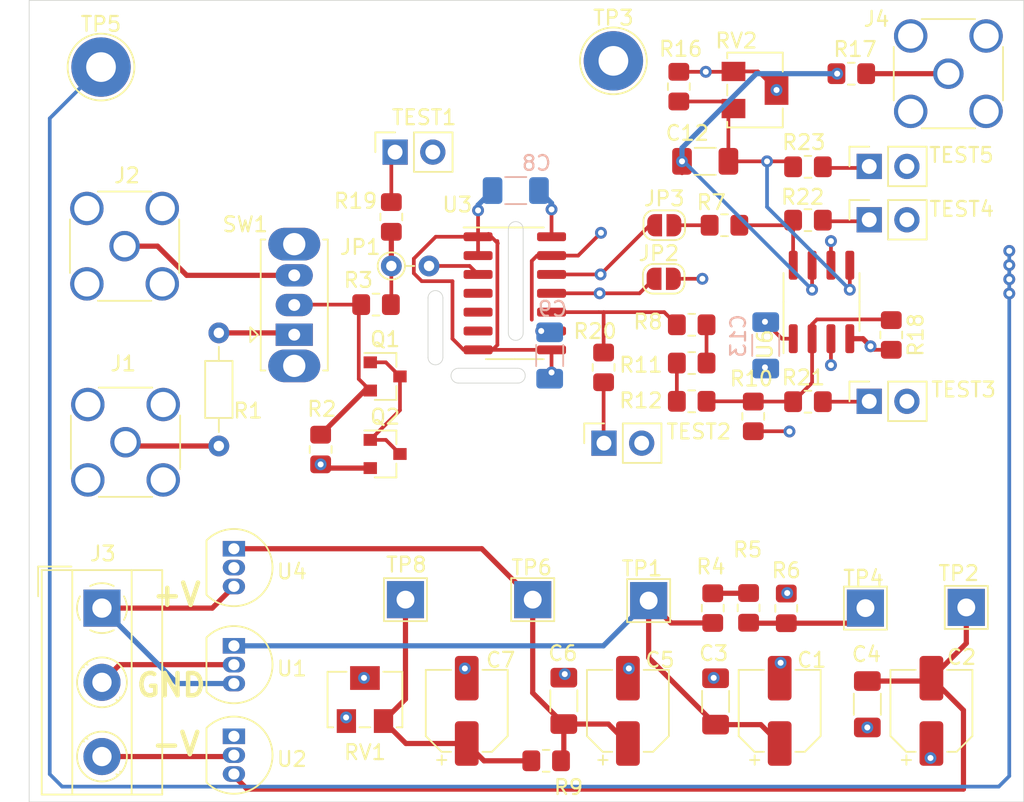
<source format=kicad_pcb>
(kicad_pcb (version 20171130) (host pcbnew "(5.1.8-0-10_14)")
  (layers (0 F.Cu signal) (1 GND.Cu power) (2 PWR.Cu power) (31 B.Cu signal) (34 B.Paste user) (35 F.Paste user) (36 B.SilkS user) (37 F.SilkS user) (38 B.Mask user) (39 F.Mask user hide) (44 Edge.Cuts user))
  (net 0 "")
  (net 1 GND)
  (net 2 VDD)
  (net 3 "Net-(J1-Pad1)")
  (net 4 "Net-(J3-Pad1)")
  (net 5 "Net-(Q1-Pad1)")
  (net 6 "Net-(Q1-Pad2)")
  (net 7 +15V)
  (net 8 -15V)
  (net 9 "Net-(JP1-Pad1)")
  (net 10 +9V)
  (net 11 "Net-(C12-Pad2)")
  (net 12 "Net-(C12-Pad1)")
  (net 13 "Net-(J2-Pad1)")
  (net 14 "Net-(J3-Pad3)")
  (net 15 "Net-(J4-Pad1)")
  (net 16 +5V)
  (net 17 "Net-(R1-Pad1)")
  (net 18 "Net-(R4-Pad2)")
  (net 19 "Net-(R10-Pad2)")
  (net 20 "Net-(R11-Pad2)")
  (net 21 "Net-(U3-Pad6)")
  (net 22 "Net-(U3-Pad5)")
  (net 23 "Net-(U3-Pad4)")
  (net 24 "Net-(JP2-Pad1)")
  (net 25 "Net-(R22-Pad2)")
  (net 26 "Net-(R20-Pad2)")
  (net 27 "Net-(R19-Pad1)")
  (net 28 "Net-(R20-Pad1)")
  (net 29 "Net-(R21-Pad1)")
  (net 30 "Net-(R22-Pad1)")
  (net 31 "Net-(R23-Pad1)")
  (net 32 "Net-(JP1-Pad2)")
  (net 33 "Net-(JP3-Pad2)")
  (net 34 "Net-(JP3-Pad1)")
  (net 35 "Net-(R11-Pad1)")
  (module TestPoint:TestPoint_THTPad_D4.0mm_Drill2.0mm (layer F.Cu) (at 143.3576 19.0754)
    (fp_text reference TP3 (at 0 -2.898) (layer F.SilkS))
    (fp_text value TestPoint_Alt)
    (pad 1 thru_hole circle (at 0 0) (size 4 4) (drill 2) (layers *.Cu *.Mask) (net 1 GND))
  )
  (module Resistor_SMD:R_0805_2012Metric_Pad1.20x1.40mm_HandSolder (layer F.Cu) (at 148.6314 42.0116)
    (fp_text reference R12 (at -3.42259 -0.0508) (layer F.SilkS))
    (fp_text value 1k)
    (pad 2 smd roundrect (at 1 0) (size 1.2 1.4) (layers F.Cu F.Paste F.Mask) (roundrect_rratio 0.208333) (net 19 "Net-(R10-Pad2)"))
    (pad 1 smd roundrect (at -1 0) (size 1.2 1.4) (layers F.Cu F.Paste F.Mask) (roundrect_rratio 0.208333) (net 20 "Net-(R11-Pad2)"))
  )
  (module Resistor_SMD:R_0805_2012Metric_Pad1.20x1.40mm_HandSolder (layer F.Cu) (at 148.6314 39.4335 180)
    (fp_text reference R11 (at 3.42259 -0.127) (layer F.SilkS))
    (fp_text value 1k)
    (pad 2 smd roundrect (at 1 0 180) (size 1.2 1.4) (layers F.Cu F.Paste F.Mask) (roundrect_rratio 0.208333) (net 20 "Net-(R11-Pad2)"))
    (pad 1 smd roundrect (at -1 0 180) (size 1.2 1.4) (layers F.Cu F.Paste F.Mask) (roundrect_rratio 0.208333) (net 35 "Net-(R11-Pad1)"))
  )
  (module Connector_PinSocket_2.54mm:PinSocket_1x02_P2.54mm_Vertical (layer F.Cu) (at 160.5915 26.1874 90)
    (fp_text reference TEST5 (at 0.762 6.2103 180) (layer F.SilkS))
    (fp_text value Conn_01x02_Female)
    (pad 2 thru_hole oval (at 0 2.54 90) (size 1.7 1.7) (drill 1) (layers *.Cu *.Mask) (net 1 GND))
    (pad 1 thru_hole rect (at 0 0 90) (size 1.7 1.7) (drill 1) (layers *.Cu *.Mask) (net 31 "Net-(R23-Pad1)"))
  )
  (module Connector_PinSocket_2.54mm:PinSocket_1x02_P2.54mm_Vertical (layer F.Cu) (at 160.5915 29.7815 90)
    (fp_text reference TEST4 (at 0.7239 6.2357 180) (layer F.SilkS))
    (fp_text value Conn_01x02_Female)
    (pad 2 thru_hole oval (at 0 2.54 90) (size 1.7 1.7) (drill 1) (layers *.Cu *.Mask) (net 1 GND))
    (pad 1 thru_hole rect (at 0 0 90) (size 1.7 1.7) (drill 1) (layers *.Cu *.Mask) (net 30 "Net-(R22-Pad1)"))
  )
  (module Connector_PinSocket_2.54mm:PinSocket_1x02_P2.54mm_Vertical (layer F.Cu) (at 160.5915 42.0116 90)
    (fp_text reference TEST3 (at 0.7874 6.3627 180) (layer F.SilkS))
    (fp_text value Conn_01x02_Female)
    (pad 2 thru_hole oval (at 0 2.54 90) (size 1.7 1.7) (drill 1) (layers *.Cu *.Mask) (net 1 GND))
    (pad 1 thru_hole rect (at 0 0 90) (size 1.7 1.7) (drill 1) (layers *.Cu *.Mask) (net 29 "Net-(R21-Pad1)"))
  )
  (module Connector_PinSocket_2.54mm:PinSocket_1x02_P2.54mm_Vertical (layer F.Cu) (at 142.7226 44.831 90)
    (fp_text reference TEST2 (at 0.7766 6.3881 180) (layer F.SilkS))
    (fp_text value Conn_01x02_Female)
    (pad 2 thru_hole oval (at 0 2.54 90) (size 1.7 1.7) (drill 1) (layers *.Cu *.Mask) (net 1 GND))
    (pad 1 thru_hole rect (at 0 0 90) (size 1.7 1.7) (drill 1) (layers *.Cu *.Mask) (net 28 "Net-(R20-Pad1)"))
  )
  (module Connector_PinSocket_2.54mm:PinSocket_1x02_P2.54mm_Vertical (layer F.Cu) (at 128.651 25.2222 90)
    (fp_text reference TEST1 (at 2.3368 1.9558 180) (layer F.SilkS))
    (fp_text value Conn_01x02_Female)
    (pad 2 thru_hole oval (at 0 2.54 90) (size 1.7 1.7) (drill 1) (layers *.Cu *.Mask) (net 1 GND))
    (pad 1 thru_hole rect (at 0 0 90) (size 1.7 1.7) (drill 1) (layers *.Cu *.Mask) (net 27 "Net-(R19-Pad1)"))
  )
  (module Jumper:SolderJumper-2_P1.3mm_Open_RoundedPad1.0x1.5mm (layer F.Cu) (at 146.7866 30.1498)
    (fp_text reference JP3 (at 0 -1.8) (layer F.SilkS))
    (fp_text value Jumper_2_Open)
    (pad 2 smd custom (at 0.65 0) (size 1 0.5) (layers F.Cu F.Mask) (net 33 "Net-(JP3-Pad2)") (options (clearance outline) (anchor rect)) (primitives (gr_circle (center 0 0.25) (end 0.5 0.25) (width 0)) (gr_circle (center 0 -0.25) (end 0.5 -0.25) (width 0)) (gr_poly (pts (xy 0 -0.75) (xy -0.5 -0.75) (xy -0.5 0.75) (xy 0 0.75)) (width 0))))
    (pad 1 smd custom (at -0.65 0) (size 1 0.5) (layers F.Cu F.Mask) (net 34 "Net-(JP3-Pad1)") (options (clearance outline) (anchor rect)) (primitives (gr_circle (center 0 0.25) (end 0.5 0.25) (width 0)) (gr_circle (center 0 -0.25) (end 0.5 -0.25) (width 0)) (gr_poly (pts (xy 0 -0.75) (xy 0.5 -0.75) (xy 0.5 0.75) (xy 0 0.75)) (width 0))))
  )
  (module Resistor_THT:R_Axial_DIN0204_L3.6mm_D1.6mm_P2.54mm_Vertical (layer F.Cu) (at 128.397 32.893)
    (fp_text reference JP1 (at -2.0955 -1.27) (layer F.SilkS))
    (fp_text value Jumper_2_Open)
    (pad 2 thru_hole oval (at 2.54 0) (size 1.4 1.4) (drill 0.7) (layers *.Cu *.Mask) (net 32 "Net-(JP1-Pad2)"))
    (pad 1 thru_hole circle (at 0 0) (size 1.4 1.4) (drill 0.7) (layers *.Cu *.Mask) (net 9 "Net-(JP1-Pad1)"))
  )
  (module Resistor_SMD:R_0805_2012Metric_Pad1.20x1.40mm_HandSolder (layer F.Cu) (at 156.464 26.2128 180)
    (fp_text reference R23 (at 0.2794 1.651) (layer F.SilkS))
    (fp_text value 450)
    (pad 2 smd roundrect (at 1 0 180) (size 1.2 1.4) (layers F.Cu F.Paste F.Mask) (roundrect_rratio 0.2083325) (net 12 "Net-(C12-Pad1)"))
    (pad 1 smd roundrect (at -1 0 180) (size 1.2 1.4) (layers F.Cu F.Paste F.Mask) (roundrect_rratio 0.2083325) (net 31 "Net-(R23-Pad1)"))
  )
  (module Resistor_SMD:R_0805_2012Metric_Pad1.20x1.40mm_HandSolder (layer F.Cu) (at 156.464 29.8069 180)
    (fp_text reference R22 (at 0.3556 1.5621) (layer F.SilkS))
    (fp_text value 450)
    (pad 2 smd roundrect (at 1 0 180) (size 1.2 1.4) (layers F.Cu F.Paste F.Mask) (roundrect_rratio 0.2083325) (net 25 "Net-(R22-Pad2)"))
    (pad 1 smd roundrect (at -1 0 180) (size 1.2 1.4) (layers F.Cu F.Paste F.Mask) (roundrect_rratio 0.2083325) (net 30 "Net-(R22-Pad1)"))
  )
  (module Resistor_SMD:R_0805_2012Metric_Pad1.20x1.40mm_HandSolder (layer F.Cu) (at 156.464 42.037 180)
    (fp_text reference R21 (at 0.3048 1.6256) (layer F.SilkS))
    (fp_text value 450)
    (pad 2 smd roundrect (at 1 0 180) (size 1.2 1.4) (layers F.Cu F.Paste F.Mask) (roundrect_rratio 0.2083325) (net 19 "Net-(R10-Pad2)"))
    (pad 1 smd roundrect (at -1 0 180) (size 1.2 1.4) (layers F.Cu F.Paste F.Mask) (roundrect_rratio 0.2083325) (net 29 "Net-(R21-Pad1)"))
  )
  (module Resistor_SMD:R_0805_2012Metric_Pad1.20x1.40mm_HandSolder (layer F.Cu) (at 142.6972 39.7256 90)
    (fp_text reference R20 (at 2.4384 -0.5748 180) (layer F.SilkS))
    (fp_text value 450)
    (pad 2 smd roundrect (at 1 0 90) (size 1.2 1.4) (layers F.Cu F.Paste F.Mask) (roundrect_rratio 0.2083325) (net 26 "Net-(R20-Pad2)"))
    (pad 1 smd roundrect (at -1 0 90) (size 1.2 1.4) (layers F.Cu F.Paste F.Mask) (roundrect_rratio 0.2083325) (net 28 "Net-(R20-Pad1)"))
  )
  (module Resistor_SMD:R_0805_2012Metric_Pad1.20x1.40mm_HandSolder (layer F.Cu) (at 128.397 29.591 270)
    (fp_text reference R19 (at -1.0795 2.413 180) (layer F.SilkS))
    (fp_text value 450)
    (pad 2 smd roundrect (at 1 0 270) (size 1.2 1.4) (layers F.Cu F.Paste F.Mask) (roundrect_rratio 0.2083325) (net 9 "Net-(JP1-Pad1)"))
    (pad 1 smd roundrect (at -1 0 270) (size 1.2 1.4) (layers F.Cu F.Paste F.Mask) (roundrect_rratio 0.2083325) (net 27 "Net-(R19-Pad1)"))
  )
  (module Resistor_SMD:R_0805_2012Metric_Pad1.20x1.40mm_HandSolder (layer F.Cu) (at 162.0774 37.5412 270)
    (fp_text reference R18 (at 0 -1.65 90) (layer F.SilkS))
    (fp_text value DNP)
    (pad 2 smd roundrect (at 1 0 270) (size 1.2 1.4) (layers F.Cu F.Paste F.Mask) (roundrect_rratio 0.2083325) (net 1 GND))
    (pad 1 smd roundrect (at -1 0 270) (size 1.2 1.4) (layers F.Cu F.Paste F.Mask) (roundrect_rratio 0.2083325) (net 19 "Net-(R10-Pad2)"))
  )
  (module Resistor_THT:R_Axial_DIN0204_L3.6mm_D1.6mm_P7.62mm_Horizontal (layer F.Cu) (at 116.7765 37.4015 270)
    (fp_text reference R1 (at 5.2451 -1.9685 180) (layer F.SilkS))
    (fp_text value R_US)
    (pad 2 thru_hole oval (at 7.62 0 270) (size 1.4 1.4) (drill 0.7) (layers *.Cu *.Mask) (net 3 "Net-(J1-Pad1)"))
    (pad 1 thru_hole circle (at 0 0 270) (size 1.4 1.4) (drill 0.7) (layers *.Cu *.Mask) (net 17 "Net-(R1-Pad1)"))
  )
  (module Package_SO:SOIC-8_3.9x4.9mm_P1.27mm (layer F.Cu) (at 157.3784 35.3187 90)
    (fp_text reference U6 (at -2.856 -3.81 90) (layer F.SilkS))
    (fp_text value AD8561)
    (pad 8 smd roundrect (at 2.475 -1.905 90) (size 1.95 0.6) (layers F.Cu F.Paste F.Mask) (net 25 "Net-(R22-Pad2)"))
    (pad 7 smd roundrect (at 2.475 -0.635 90) (size 1.95 0.6) (layers F.Cu F.Paste F.Mask) (net 11 "Net-(C12-Pad2)"))
    (pad 6 smd roundrect (at 2.475 0.635 90) (size 1.95 0.6) (layers F.Cu F.Paste F.Mask) (net 1 GND))
    (pad 5 smd roundrect (at 2.475 1.905 90) (size 1.95 0.6) (layers F.Cu F.Paste F.Mask) (net 12 "Net-(C12-Pad1)"))
    (pad 4 smd roundrect (at -2.475 1.905 90) (size 1.95 0.6) (layers F.Cu F.Paste F.Mask) (net 1 GND))
    (pad 3 smd roundrect (at -2.475 0.635 90) (size 1.95 0.6) (layers F.Cu F.Paste F.Mask) (net 2 VDD))
    (pad 2 smd roundrect (at -2.475 -0.635 90) (size 1.95 0.6) (layers F.Cu F.Paste F.Mask) (net 19 "Net-(R10-Pad2)"))
    (pad 1 smd roundrect (at -2.475 -1.905 90) (size 1.95 0.6) (layers F.Cu F.Paste F.Mask) (net 10 +9V))
  )
  (module Package_TO_SOT_THT:TO-92_Inline (layer F.Cu) (at 117.7925 51.943 270)
    (fp_text reference U4 (at 1.5367 -3.9029 180) (layer F.SilkS))
    (fp_text value L78L09_TO92)
    (pad 1 thru_hole rect (at 0 0 270) (size 1.05 1.5) (drill 0.75) (layers *.Cu *.Mask) (net 10 +9V))
    (pad 3 thru_hole oval (at 2.54 0 270) (size 1.05 1.5) (drill 0.75) (layers *.Cu *.Mask) (net 4 "Net-(J3-Pad1)"))
    (pad 2 thru_hole oval (at 1.27 0 270) (size 1.05 1.5) (drill 0.75) (layers *.Cu *.Mask) (net 1 GND))
  )
  (module Package_TO_SOT_THT:TO-92_Inline (layer F.Cu) (at 117.7925 64.5795 270)
    (fp_text reference U2 (at 1.5367 -3.9029 180) (layer F.SilkS))
    (fp_text value LM79L15_TO92)
    (pad 1 thru_hole rect (at 0 0 270) (size 1.05 1.5) (drill 0.75) (layers *.Cu *.Mask) (net 1 GND))
    (pad 3 thru_hole oval (at 2.54 0 270) (size 1.05 1.5) (drill 0.75) (layers *.Cu *.Mask) (net 8 -15V))
    (pad 2 thru_hole oval (at 1.27 0 270) (size 1.05 1.5) (drill 0.75) (layers *.Cu *.Mask) (net 14 "Net-(J3-Pad3)"))
  )
  (module Package_TO_SOT_THT:TO-92_Inline (layer F.Cu) (at 117.7925 58.4835 270)
    (fp_text reference U1 (at 1.5367 -3.9029 180) (layer F.SilkS))
    (fp_text value MC78L15_TO92)
    (pad 1 thru_hole rect (at 0 0 270) (size 1.05 1.5) (drill 0.75) (layers *.Cu *.Mask) (net 7 +15V))
    (pad 3 thru_hole oval (at 2.54 0 270) (size 1.05 1.5) (drill 0.75) (layers *.Cu *.Mask) (net 4 "Net-(J3-Pad1)"))
    (pad 2 thru_hole oval (at 1.27 0 270) (size 1.05 1.5) (drill 0.75) (layers *.Cu *.Mask) (net 1 GND))
  )
  (module TestPoint:TestPoint_THTPad_2.5x2.5mm_Drill1.2mm (layer F.Cu) (at 129.3495 55.372 90)
    (fp_text reference TP8 (at 2.3495 0.0635 180) (layer F.SilkS))
    (fp_text value TestPoint_Alt)
    (pad 1 thru_hole rect (at 0 0 90) (size 2.5 2.5) (drill 1.2) (layers *.Cu *.Mask) (net 2 VDD))
  )
  (module TestPoint:TestPoint_THTPad_2.5x2.5mm_Drill1.2mm (layer F.Cu) (at 137.922 55.372 90)
    (fp_text reference TP6 (at 2.159 -0.0635 180) (layer F.SilkS))
    (fp_text value TestPoint_Alt)
    (pad 1 thru_hole rect (at 0 0 90) (size 2.5 2.5) (drill 1.2) (layers *.Cu *.Mask) (net 10 +9V))
  )
  (module TestPoint:TestPoint_THTPad_D4.0mm_Drill2.0mm (layer F.Cu) (at 108.839 19.4945)
    (fp_text reference TP5 (at 0 -2.898) (layer F.SilkS))
    (fp_text value TestPoint_Alt)
    (pad 1 thru_hole circle (at 0 0) (size 4 4) (drill 2) (layers *.Cu *.Mask) (net 1 GND))
  )
  (module TestPoint:TestPoint_THTPad_2.5x2.5mm_Drill1.2mm (layer F.Cu) (at 160.3375 55.9435 90)
    (fp_text reference TP4 (at 2.032 -0.127 180) (layer F.SilkS))
    (fp_text value TestPoint_Alt)
    (pad 1 thru_hole rect (at 0 0 90) (size 2.5 2.5) (drill 1.2) (layers *.Cu *.Mask) (net 16 +5V))
  )
  (module TestPoint:TestPoint_THTPad_2.5x2.5mm_Drill1.2mm (layer F.Cu) (at 167.132 55.897001 90)
    (fp_text reference TP2 (at 2.303001 -0.508 180) (layer F.SilkS))
    (fp_text value TestPoint_Alt)
    (pad 1 thru_hole rect (at 0 0 90) (size 2.5 2.5) (drill 1.2) (layers *.Cu *.Mask) (net 8 -15V))
  )
  (module TestPoint:TestPoint_THTPad_2.5x2.5mm_Drill1.2mm (layer F.Cu) (at 145.7325 55.4355 90)
    (fp_text reference TP1 (at 2.159 -0.4445 180) (layer F.SilkS))
    (fp_text value TestPoint_Alt)
    (pad 1 thru_hole rect (at 0 0 90) (size 2.5 2.5) (drill 1.2) (layers *.Cu *.Mask) (net 7 +15V))
  )
  (module Potentiometer_SMD:Potentiometer_Bourns_3214W_Vertical (layer F.Cu) (at 152.8975 21.0385 90)
    (fp_text reference RV2 (at 3.322 -1.2595 180) (layer F.SilkS))
    (fp_text value 0->10k)
    (pad 3 smd rect (at -1.25 -1.45 90) (size 1.3 1.6) (layers F.Cu F.Paste F.Mask) (net 12 "Net-(C12-Pad1)"))
    (pad 2 smd rect (at 0 1.45 90) (size 2 1.6) (layers F.Cu F.Paste F.Mask) (net 1 GND))
    (pad 1 smd rect (at 1.25 -1.45 90) (size 1.3 1.6) (layers F.Cu F.Paste F.Mask) (net 1 GND))
  )
  (module Connector_Coaxial:SMA_Amphenol_132134_Vertical (layer F.Cu) (at 165.9255 19.939)
    (fp_text reference J4 (at -4.8387 -3.683) (layer F.SilkS))
    (fp_text value Conn_Coaxial)
    (pad 2 thru_hole circle (at -2.54 2.54) (size 2.25 2.25) (drill 1.7) (layers *.Cu *.Mask) (net 1 GND))
    (pad 2 thru_hole circle (at -2.54 -2.54) (size 2.25 2.25) (drill 1.7) (layers *.Cu *.Mask) (net 1 GND))
    (pad 2 thru_hole circle (at 2.54 -2.54) (size 2.25 2.25) (drill 1.7) (layers *.Cu *.Mask) (net 1 GND))
    (pad 2 thru_hole circle (at 2.54 2.54) (size 2.25 2.25) (drill 1.7) (layers *.Cu *.Mask) (net 1 GND))
    (pad 1 thru_hole circle (at 0 0) (size 2.05 2.05) (drill 1.5) (layers *.Cu *.Mask) (net 15 "Net-(J4-Pad1)"))
  )
  (module TerminalBlock_MetzConnect:TerminalBlock_MetzConnect_Type055_RT01503HDWU_1x03_P5.00mm_Horizontal (layer F.Cu) (at 108.9025 55.9435 270)
    (fp_text reference J3 (at -3.6703 -0.0635 180) (layer F.SilkS))
    (fp_text value Power_IN)
    (pad 3 thru_hole circle (at 10 0 270) (size 2.5 2.5) (drill 1.3) (layers *.Cu *.Mask) (net 14 "Net-(J3-Pad3)"))
    (pad 2 thru_hole circle (at 5 0 270) (size 2.5 2.5) (drill 1.3) (layers *.Cu *.Mask) (net 1 GND))
    (pad 1 thru_hole rect (at 0 0 270) (size 2.5 2.5) (drill 1.3) (layers *.Cu *.Mask) (net 4 "Net-(J3-Pad1)"))
  )
  (module Connector_Coaxial:SMA_Amphenol_132134_Vertical (layer F.Cu) (at 110.4265 31.5595 270)
    (fp_text reference J2 (at -4.7625 -0.1651 180) (layer F.SilkS))
    (fp_text value Conn_Coaxial)
    (pad 2 thru_hole circle (at -2.54 2.54 270) (size 2.25 2.25) (drill 1.7) (layers *.Cu *.Mask) (net 1 GND))
    (pad 2 thru_hole circle (at -2.54 -2.54 270) (size 2.25 2.25) (drill 1.7) (layers *.Cu *.Mask) (net 1 GND))
    (pad 2 thru_hole circle (at 2.54 -2.54 270) (size 2.25 2.25) (drill 1.7) (layers *.Cu *.Mask) (net 1 GND))
    (pad 2 thru_hole circle (at 2.54 2.54 270) (size 2.25 2.25) (drill 1.7) (layers *.Cu *.Mask) (net 1 GND))
    (pad 1 thru_hole circle (at 0 0 270) (size 2.05 2.05) (drill 1.5) (layers *.Cu *.Mask) (net 13 "Net-(J2-Pad1)"))
  )
  (module Connector_Coaxial:SMA_Amphenol_132134_Vertical (layer F.Cu) (at 110.49 44.7675 90)
    (fp_text reference J1 (at 5.2959 -0.1524 180) (layer F.SilkS))
    (fp_text value Conn_Coaxial)
    (pad 2 thru_hole circle (at -2.54 2.54 90) (size 2.25 2.25) (drill 1.7) (layers *.Cu *.Mask) (net 1 GND))
    (pad 2 thru_hole circle (at -2.54 -2.54 90) (size 2.25 2.25) (drill 1.7) (layers *.Cu *.Mask) (net 1 GND))
    (pad 2 thru_hole circle (at 2.54 -2.54 90) (size 2.25 2.25) (drill 1.7) (layers *.Cu *.Mask) (net 1 GND))
    (pad 2 thru_hole circle (at 2.54 2.54 90) (size 2.25 2.25) (drill 1.7) (layers *.Cu *.Mask) (net 1 GND))
    (pad 1 thru_hole circle (at 0 0 90) (size 2.05 2.05) (drill 1.5) (layers *.Cu *.Mask) (net 3 "Net-(J1-Pad1)"))
  )
  (module Capacitor_SMD:C_1206_3216Metric_Pad1.33x1.80mm_HandSolder (layer F.Cu) (at 149.5425 25.8445 180)
    (fp_text reference C12 (at 1.2065 1.905) (layer F.SilkS))
    (fp_text value 10n)
    (pad 2 smd roundrect (at 1.5625 0 180) (size 1.325 1.8) (layers F.Cu F.Paste F.Mask) (roundrect_rratio 0.1886769811320755) (net 11 "Net-(C12-Pad2)"))
    (pad 1 smd roundrect (at -1.5625 0 180) (size 1.325 1.8) (layers F.Cu F.Paste F.Mask) (roundrect_rratio 0.1886769811320755) (net 12 "Net-(C12-Pad1)"))
  )
  (module Capacitor_SMD:C_1206_3216Metric_Pad1.33x1.80mm_HandSolder (layer F.Cu) (at 140.0175 62.1915 90)
    (fp_text reference C6 (at 3.2 -0.0635 180) (layer F.SilkS))
    (fp_text value 0.1u)
    (pad 2 smd roundrect (at 1.5625 0 90) (size 1.325 1.8) (layers F.Cu F.Paste F.Mask) (roundrect_rratio 0.1886769811320755) (net 1 GND))
    (pad 1 smd roundrect (at -1.5625 0 90) (size 1.325 1.8) (layers F.Cu F.Paste F.Mask) (roundrect_rratio 0.1886769811320755) (net 10 +9V))
  )
  (module Capacitor_SMD:C_1206_3216Metric_Pad1.33x1.80mm_HandSolder (layer F.Cu) (at 160.4645 62.4205 90)
    (fp_text reference C4 (at 3.3655 -0.0635 180) (layer F.SilkS))
    (fp_text value 0.1u)
    (pad 2 smd roundrect (at 1.5625 0 90) (size 1.325 1.8) (layers F.Cu F.Paste F.Mask) (roundrect_rratio 0.1886769811320755) (net 8 -15V))
    (pad 1 smd roundrect (at -1.5625 0 90) (size 1.325 1.8) (layers F.Cu F.Paste F.Mask) (roundrect_rratio 0.1886769811320755) (net 1 GND))
  )
  (module Capacitor_SMD:C_1206_3216Metric_Pad1.33x1.80mm_HandSolder (layer F.Cu) (at 150.241 62.23 90)
    (fp_text reference C3 (at 3.2385 -0.127 180) (layer F.SilkS))
    (fp_text value 0.1u)
    (pad 2 smd roundrect (at 1.5625 0 90) (size 1.325 1.8) (layers F.Cu F.Paste F.Mask) (roundrect_rratio 0.1886769811320755) (net 1 GND))
    (pad 1 smd roundrect (at -1.5625 0 90) (size 1.325 1.8) (layers F.Cu F.Paste F.Mask) (roundrect_rratio 0.1886769811320755) (net 7 +15V))
  )
  (module Jumper:SolderJumper-2_P1.3mm_Open_RoundedPad1.0x1.5mm (layer F.Cu) (at 146.7462 33.7566)
    (fp_text reference JP2 (at -0.3279 -1.7145 180) (layer F.SilkS))
    (fp_text value Jumper_2_Open)
    (pad 2 smd custom (at 0.65 0) (size 1 0.5) (layers F.Cu F.Mask) (net 16 +5V) (options (clearance outline) (anchor rect)) (primitives (gr_circle (center 0 0.25) (end 0.5 0.25) (width 0)) (gr_circle (center 0 -0.25) (end 0.5 -0.25) (width 0)) (gr_poly (pts (xy 0 -0.75) (xy -0.5 -0.75) (xy -0.5 0.75) (xy 0 0.75)) (width 0))))
    (pad 1 smd custom (at -0.65 0) (size 1 0.5) (layers F.Cu F.Mask) (net 24 "Net-(JP2-Pad1)") (options (clearance outline) (anchor rect)) (primitives (gr_circle (center 0 0.25) (end 0.5 0.25) (width 0)) (gr_circle (center 0 -0.25) (end 0.5 -0.25) (width 0)) (gr_poly (pts (xy 0 -0.75) (xy 0.5 -0.75) (xy 0.5 0.75) (xy 0 0.75)) (width 0))))
  )
  (module Capacitor_SMD:C_1206_3216Metric_Pad1.33x1.80mm_HandSolder (layer B.Cu) (at 153.6192 38.2401 270)
    (fp_text reference C13 (at -0.635 1.85 90) (layer B.SilkS) (effects (justify mirror)))
    (fp_text value 0.1u)
    (pad 2 smd roundrect (at 1.5625 0 270) (size 1.325 1.8) (layers B.Cu B.Paste B.Mask) (roundrect_rratio 0.1886769811320755) (net 1 GND))
    (pad 1 smd roundrect (at -1.5625 0 270) (size 1.325 1.8) (layers B.Cu B.Paste B.Mask) (roundrect_rratio 0.1886769811320755) (net 10 +9V))
  )
  (module Package_SO:SOIC-14_3.9x8.7mm_P1.27mm (layer F.Cu) (at 136.7155 34.7345)
    (fp_text reference U3 (at -3.8735 -5.969) (layer F.SilkS))
    (fp_text value IVC102)
    (pad 14 smd roundrect (at 2.475 -3.81) (size 1.95 0.6) (layers F.Cu F.Paste F.Mask) (net 7 +15V))
    (pad 13 smd roundrect (at 2.475 -2.54) (size 1.95 0.6) (layers F.Cu F.Paste F.Mask) (net 1 GND))
    (pad 12 smd roundrect (at 2.475 -1.27) (size 1.95 0.6) (layers F.Cu F.Paste F.Mask) (net 34 "Net-(JP3-Pad1)"))
    (pad 11 smd roundrect (at 2.475 0) (size 1.95 0.6) (layers F.Cu F.Paste F.Mask) (net 24 "Net-(JP2-Pad1)"))
    (pad 10 smd roundrect (at 2.475 1.27) (size 1.95 0.6) (layers F.Cu F.Paste F.Mask) (net 26 "Net-(R20-Pad2)"))
    (pad 9 smd roundrect (at 2.475 2.54) (size 1.95 0.6) (layers F.Cu F.Paste F.Mask) (net 8 -15V))
    (pad 8 smd roundrect (at 2.475 3.81) (size 1.95 0.6) (layers F.Cu F.Paste F.Mask) (net 1 GND))
    (pad 7 smd roundrect (at -2.475 3.81) (size 1.95 0.6) (layers F.Cu F.Paste F.Mask) (net 1 GND))
    (pad 6 smd roundrect (at -2.475 2.54) (size 1.95 0.6) (layers F.Cu F.Paste F.Mask) (net 21 "Net-(U3-Pad6)"))
    (pad 5 smd roundrect (at -2.475 1.27) (size 1.95 0.6) (layers F.Cu F.Paste F.Mask) (net 22 "Net-(U3-Pad5)"))
    (pad 4 smd roundrect (at -2.475 0) (size 1.95 0.6) (layers F.Cu F.Paste F.Mask) (net 23 "Net-(U3-Pad4)"))
    (pad 3 smd roundrect (at -2.475 -1.27) (size 1.95 0.6) (layers F.Cu F.Paste F.Mask) (net 32 "Net-(JP1-Pad2)"))
    (pad 2 smd roundrect (at -2.475 -2.54) (size 1.95 0.6) (layers F.Cu F.Paste F.Mask) (net 1 GND))
    (pad 1 smd roundrect (at -2.475 -3.81) (size 1.95 0.6) (layers F.Cu F.Paste F.Mask) (net 1 GND))
  )
  (module Capacitor_SMD:CP_Elec_5x5.3 (layer F.Cu) (at 133.477 62.865 90)
    (fp_text reference C7 (at 3.429 2.286 180) (layer F.SilkS))
    (fp_text value 22u)
    (pad 2 smd roundrect (at 2.2 0 90) (size 3 1.6) (layers F.Cu F.Paste F.Mask) (roundrect_rratio 0.15625) (net 1 GND))
    (pad 1 smd roundrect (at -2.2 0 90) (size 3 1.6) (layers F.Cu F.Paste F.Mask) (roundrect_rratio 0.15625) (net 2 VDD))
  )
  (module Button_Switch_THT:SW_Slide_1P2T_CK_OS102011MS2Q (layer F.Cu) (at 121.8565 37.524 90)
    (fp_text reference SW1 (at 7.4295 -3.302 180) (layer F.SilkS))
    (fp_text value SW_SPDT)
    (pad "" thru_hole oval (at 6.1 0 90) (size 2.2 3.5) (drill 1.5) (layers *.Cu *.Mask))
    (pad "" thru_hole oval (at -2.1 0 90) (size 2.2 3.5) (drill 1.5) (layers *.Cu *.Mask))
    (pad 3 thru_hole oval (at 4 0 90) (size 1.5 2.5) (drill 0.8) (layers *.Cu *.Mask) (net 13 "Net-(J2-Pad1)"))
    (pad 2 thru_hole oval (at 2 0 90) (size 1.5 2.5) (drill 0.8) (layers *.Cu *.Mask) (net 6 "Net-(Q1-Pad2)"))
    (pad 1 thru_hole rect (at 0 0 90) (size 1.5 2.5) (drill 0.8) (layers *.Cu *.Mask) (net 17 "Net-(R1-Pad1)"))
  )
  (module Potentiometer_SMD:Potentiometer_Bourns_3214W_Vertical (layer F.Cu) (at 126.619 62.103 180)
    (fp_text reference RV1 (at 0 -3.556) (layer F.SilkS))
    (fp_text value 0->10k)
    (pad 3 smd rect (at -1.25 -1.45 180) (size 1.3 1.6) (layers F.Cu F.Paste F.Mask) (net 2 VDD))
    (pad 2 smd rect (at 0 1.45 180) (size 2 1.6) (layers F.Cu F.Paste F.Mask) (net 1 GND))
    (pad 1 smd rect (at 1.25 -1.45 180) (size 1.3 1.6) (layers F.Cu F.Paste F.Mask) (net 1 GND))
  )
  (module Resistor_SMD:R_0805_2012Metric_Pad1.20x1.40mm_HandSolder (layer F.Cu) (at 159.385 19.939)
    (fp_text reference R17 (at 0.254 -1.651) (layer F.SilkS))
    (fp_text value 50)
    (pad 2 smd roundrect (at 1 0) (size 1.2 1.4) (layers F.Cu F.Paste F.Mask) (roundrect_rratio 0.2083325) (net 15 "Net-(J4-Pad1)"))
    (pad 1 smd roundrect (at -1 0) (size 1.2 1.4) (layers F.Cu F.Paste F.Mask) (roundrect_rratio 0.2083325) (net 11 "Net-(C12-Pad2)"))
  )
  (module Resistor_SMD:R_0805_2012Metric_Pad1.20x1.40mm_HandSolder (layer F.Cu) (at 147.7645 20.812 90)
    (fp_text reference R16 (at 2.54 0.127 180) (layer F.SilkS))
    (fp_text value 2.2k)
    (pad 2 smd roundrect (at 1 0 90) (size 1.2 1.4) (layers F.Cu F.Paste F.Mask) (roundrect_rratio 0.2083325) (net 1 GND))
    (pad 1 smd roundrect (at -1 0 90) (size 1.2 1.4) (layers F.Cu F.Paste F.Mask) (roundrect_rratio 0.2083325) (net 12 "Net-(C12-Pad1)"))
  )
  (module Resistor_SMD:R_0805_2012Metric_Pad1.20x1.40mm_HandSolder (layer F.Cu) (at 152.781 43.0276 90)
    (fp_text reference R10 (at 2.54 -0.127 180) (layer F.SilkS))
    (fp_text value 1k)
    (pad 2 smd roundrect (at 1 0 90) (size 1.2 1.4) (layers F.Cu F.Paste F.Mask) (roundrect_rratio 0.2083325) (net 19 "Net-(R10-Pad2)"))
    (pad 1 smd roundrect (at -1 0 90) (size 1.2 1.4) (layers F.Cu F.Paste F.Mask) (roundrect_rratio 0.2083325) (net 1 GND))
  )
  (module Resistor_SMD:R_0805_2012Metric_Pad1.20x1.40mm_HandSolder (layer F.Cu) (at 138.827 66.2305)
    (fp_text reference R9 (at 1.508 1.778) (layer F.SilkS))
    (fp_text value 1k)
    (pad 2 smd roundrect (at 1 0) (size 1.2 1.4) (layers F.Cu F.Paste F.Mask) (roundrect_rratio 0.2083325) (net 10 +9V))
    (pad 1 smd roundrect (at -1 0) (size 1.2 1.4) (layers F.Cu F.Paste F.Mask) (roundrect_rratio 0.2083325) (net 2 VDD))
  )
  (module Resistor_SMD:R_0805_2012Metric_Pad1.20x1.40mm_HandSolder (layer F.Cu) (at 148.6314 36.8554)
    (fp_text reference R8 (at -2.9464 -0.2032) (layer F.SilkS))
    (fp_text value 1k)
    (pad 2 smd roundrect (at 1 0) (size 1.2 1.4) (layers F.Cu F.Paste F.Mask) (roundrect_rratio 0.2083325) (net 35 "Net-(R11-Pad1)"))
    (pad 1 smd roundrect (at -1 0) (size 1.2 1.4) (layers F.Cu F.Paste F.Mask) (roundrect_rratio 0.2083325) (net 26 "Net-(R20-Pad2)"))
  )
  (module Resistor_SMD:R_0805_2012Metric_Pad1.20x1.40mm_HandSolder (layer F.Cu) (at 150.8412 30.1498)
    (fp_text reference R7 (at -0.889 -1.54) (layer F.SilkS))
    (fp_text value 50)
    (pad 2 smd roundrect (at 1 0) (size 1.2 1.4) (layers F.Cu F.Paste F.Mask) (roundrect_rratio 0.2083325) (net 25 "Net-(R22-Pad2)"))
    (pad 1 smd roundrect (at -1 0) (size 1.2 1.4) (layers F.Cu F.Paste F.Mask) (roundrect_rratio 0.2083325) (net 33 "Net-(JP3-Pad2)"))
  )
  (module Resistor_SMD:R_0805_2012Metric_Pad1.20x1.40mm_HandSolder (layer F.Cu) (at 155.0035 55.9595 90)
    (fp_text reference R6 (at 2.556 0 180) (layer F.SilkS))
    (fp_text value 1k)
    (pad 2 smd roundrect (at 1 0 90) (size 1.2 1.4) (layers F.Cu F.Paste F.Mask) (roundrect_rratio 0.2083325) (net 1 GND))
    (pad 1 smd roundrect (at -1 0 90) (size 1.2 1.4) (layers F.Cu F.Paste F.Mask) (roundrect_rratio 0.2083325) (net 16 +5V))
  )
  (module Resistor_SMD:R_0805_2012Metric_Pad1.20x1.40mm_HandSolder (layer F.Cu) (at 152.4635 55.9275 270)
    (fp_text reference R5 (at -3.921 0.0635) (layer F.SilkS))
    (fp_text value 1k)
    (pad 2 smd roundrect (at 1 0 270) (size 1.2 1.4) (layers F.Cu F.Paste F.Mask) (roundrect_rratio 0.2083325) (net 16 +5V))
    (pad 1 smd roundrect (at -1 0 270) (size 1.2 1.4) (layers F.Cu F.Paste F.Mask) (roundrect_rratio 0.2083325) (net 18 "Net-(R4-Pad2)"))
  )
  (module Resistor_SMD:R_0805_2012Metric_Pad1.20x1.40mm_HandSolder (layer F.Cu) (at 150.0505 55.9435 90)
    (fp_text reference R4 (at 2.794 -0.127 180) (layer F.SilkS))
    (fp_text value 1k)
    (pad 2 smd roundrect (at 1 0 90) (size 1.2 1.4) (layers F.Cu F.Paste F.Mask) (roundrect_rratio 0.2083325) (net 18 "Net-(R4-Pad2)"))
    (pad 1 smd roundrect (at -1 0 90) (size 1.2 1.4) (layers F.Cu F.Paste F.Mask) (roundrect_rratio 0.2083325) (net 7 +15V))
  )
  (module Resistor_SMD:R_0805_2012Metric_Pad1.20x1.40mm_HandSolder (layer F.Cu) (at 127.365 35.4965)
    (fp_text reference R3 (at -1.1905 -1.651) (layer F.SilkS))
    (fp_text value 100)
    (pad 2 smd roundrect (at 1 0) (size 1.2 1.4) (layers F.Cu F.Paste F.Mask) (roundrect_rratio 0.2083325) (net 9 "Net-(JP1-Pad1)"))
    (pad 1 smd roundrect (at -1 0) (size 1.2 1.4) (layers F.Cu F.Paste F.Mask) (roundrect_rratio 0.2083325) (net 6 "Net-(Q1-Pad2)"))
  )
  (module Resistor_SMD:R_0805_2012Metric_Pad1.20x1.40mm_HandSolder (layer F.Cu) (at 123.6345 45.2595 90)
    (fp_text reference R2 (at 2.7305 0.0795 180) (layer F.SilkS))
    (fp_text value 1Meg)
    (pad 2 smd roundrect (at 1 0 90) (size 1.2 1.4) (layers F.Cu F.Paste F.Mask) (roundrect_rratio 0.2083325) (net 6 "Net-(Q1-Pad2)"))
    (pad 1 smd roundrect (at -1 0 90) (size 1.2 1.4) (layers F.Cu F.Paste F.Mask) (roundrect_rratio 0.2083325) (net 1 GND))
  )
  (module Package_TO_SOT_SMD:SOT-23 (layer F.Cu) (at 127.9779 45.55998)
    (fp_text reference Q2 (at 0 -2.5) (layer F.SilkS))
    (fp_text value 2SC5095)
    (pad 3 smd rect (at 1 0) (size 0.9 0.8) (layers F.Cu F.Paste F.Mask) (net 5 "Net-(Q1-Pad1)"))
    (pad 2 smd rect (at -1 0.95) (size 0.9 0.8) (layers F.Cu F.Paste F.Mask) (net 1 GND))
    (pad 1 smd rect (at -1 -0.95) (size 0.9 0.8) (layers F.Cu F.Paste F.Mask) (net 5 "Net-(Q1-Pad1)"))
  )
  (module Package_TO_SOT_SMD:SOT-23 (layer F.Cu) (at 127.9779 40.3352)
    (fp_text reference Q1 (at 0 -2.5) (layer F.SilkS))
    (fp_text value 2SC5095)
    (pad 3 smd rect (at 1 0) (size 0.9 0.8) (layers F.Cu F.Paste F.Mask) (net 5 "Net-(Q1-Pad1)"))
    (pad 2 smd rect (at -1 0.95) (size 0.9 0.8) (layers F.Cu F.Paste F.Mask) (net 6 "Net-(Q1-Pad2)"))
    (pad 1 smd rect (at -1 -0.95) (size 0.9 0.8) (layers F.Cu F.Paste F.Mask) (net 5 "Net-(Q1-Pad1)"))
  )
  (module Capacitor_SMD:C_1206_3216Metric_Pad1.33x1.80mm_HandSolder (layer B.Cu) (at 139.065 38.9255 270)
    (fp_text reference C9 (at -3.1365 -0.1905 180) (layer B.SilkS) (effects (justify mirror)))
    (fp_text value 0.1u)
    (pad 2 smd roundrect (at 1.5625 0 270) (size 1.325 1.8) (layers B.Cu B.Paste B.Mask) (roundrect_rratio 0.1886769811320755) (net 1 GND))
    (pad 1 smd roundrect (at -1.5625 0 270) (size 1.325 1.8) (layers B.Cu B.Paste B.Mask) (roundrect_rratio 0.1886769811320755) (net 8 -15V))
  )
  (module Capacitor_SMD:C_1206_3216Metric_Pad1.33x1.80mm_HandSolder (layer B.Cu) (at 136.779 27.813 180)
    (fp_text reference C8 (at -1.397 1.85) (layer B.SilkS) (effects (justify mirror)))
    (fp_text value 0.1u)
    (pad 2 smd roundrect (at 1.5625 0 180) (size 1.325 1.8) (layers B.Cu B.Paste B.Mask) (roundrect_rratio 0.1886769811320755) (net 1 GND))
    (pad 1 smd roundrect (at -1.5625 0 180) (size 1.325 1.8) (layers B.Cu B.Paste B.Mask) (roundrect_rratio 0.1886769811320755) (net 7 +15V))
  )
  (module Capacitor_SMD:CP_Elec_5x5.3 (layer F.Cu) (at 144.3355 62.865 90)
    (fp_text reference C5 (at 3.429 2.159 180) (layer F.SilkS))
    (fp_text value 22u)
    (pad 2 smd roundrect (at 2.2 0 90) (size 3 1.6) (layers F.Cu F.Paste F.Mask) (roundrect_rratio 0.15625) (net 1 GND))
    (pad 1 smd roundrect (at -2.2 0 90) (size 3 1.6) (layers F.Cu F.Paste F.Mask) (roundrect_rratio 0.15625) (net 10 +9V))
  )
  (module Capacitor_SMD:CP_Elec_5x5.3 (layer F.Cu) (at 164.7825 62.865 90)
    (fp_text reference C2 (at 3.6195 2.032 180) (layer F.SilkS))
    (fp_text value 22u)
    (pad 2 smd roundrect (at 2.2 0 90) (size 3 1.6) (layers F.Cu F.Paste F.Mask) (roundrect_rratio 0.15625) (net 8 -15V))
    (pad 1 smd roundrect (at -2.2 0 90) (size 3 1.6) (layers F.Cu F.Paste F.Mask) (roundrect_rratio 0.15625) (net 1 GND))
  )
  (module Capacitor_SMD:CP_Elec_5x5.3 (layer F.Cu) (at 154.559 62.865 90)
    (fp_text reference C1 (at 3.429 2.159 180) (layer F.SilkS))
    (fp_text value 22u)
    (pad 2 smd roundrect (at 2.2 0 90) (size 3 1.6) (layers F.Cu F.Paste F.Mask) (roundrect_rratio 0.15625) (net 1 GND))
    (pad 1 smd roundrect (at -2.2 0 90) (size 3 1.6) (layers F.Cu F.Paste F.Mask) (roundrect_rratio 0.15625) (net 7 +15V))
  )
  (gr_line (start 132.9182 40.7844) (end 136.9182 40.7844) (layer Edge.Cuts) (width 0.05))
  (gr_arc (start 136.9182 40.2844) (end 136.9182 39.7844) (angle 180) (layer Edge.Cuts) (width 0.05))
  (gr_line (start 132.9182 39.7844) (end 136.9182 39.7844) (layer Edge.Cuts) (width 0.05))
  (gr_arc (start 132.9182 40.2844) (end 132.9182 39.7844) (angle -180) (layer Edge.Cuts) (width 0.05))
  (gr_line (start 130.8688 35.052) (end 130.8688 39.052) (layer Edge.Cuts) (width 0.05))
  (gr_arc (start 131.3688 39.052) (end 131.8688 39.052) (angle 180) (layer Edge.Cuts) (width 0.05))
  (gr_line (start 131.8688 35.052) (end 131.8688 39.052) (layer Edge.Cuts) (width 0.05))
  (gr_arc (start 131.3688 35.052) (end 131.8688 35.052) (angle -180) (layer Edge.Cuts) (width 0.05))
  (gr_arc (start 136.779 37.4038) (end 137.279 37.4038) (angle 180) (layer Edge.Cuts) (width 0.05))
  (gr_line (start 137.279 30.4038) (end 137.279 37.4038) (layer Edge.Cuts) (width 0.05))
  (gr_line (start 136.279 30.4038) (end 136.279 37.4038) (layer Edge.Cuts) (width 0.05))
  (gr_arc (start 136.779 30.4038) (end 137.279 30.4038) (angle -180) (layer Edge.Cuts) (width 0.05))
  (gr_text "GND\n" (at 113.5634 61.1378) (layer F.SilkS) (effects (font (size 1.5 1.5) (thickness 0.3))))
  (gr_text "+V\n" (at 113.9444 55.0418) (layer F.SilkS) (effects (font (size 1.5 1.5) (thickness 0.3))))
  (gr_text "-V\n" (at 113.8936 65.1002) (layer F.SilkS) (effects (font (size 1.5 1.5) (thickness 0.3))))
  (gr_line (start 104 15) (end 104 69) (layer Edge.Cuts) (width 0.05))
  (gr_line (start 104 69) (end 171 69) (layer Edge.Cuts) (width 0.05))
  (gr_line (start 171 15) (end 171 69) (layer Edge.Cuts) (width 0.05))
  (gr_line (start 104 15) (end 171 15) (layer Edge.Cuts) (width 0.05))
  (via (at 158.0134 39.5732) (size 0.8) (drill 0.4) (layers F.Cu B.Cu) (net 2))
  (via (at 153.5684 39.7256) (size 0.8) (drill 0.4) (layers F.Cu B.Cu) (net 1))
  (via (at 156.7434 34.4932) (size 0.8) (drill 0.4) (layers F.Cu B.Cu) (net 11))
  (via (at 159.2834 34.4932) (size 0.8) (drill 0.4) (layers F.Cu B.Cu) (net 12))
  (via (at 158.0134 31.2166) (size 0.8) (drill 0.4) (layers F.Cu B.Cu) (net 1))
  (via (at 149.352 33.7566) (size 0.8) (drill 0.4) (layers F.Cu B.Cu) (net 16))
  (via (at 142.5194 30.6578) (size 0.8) (drill 0.4) (layers F.Cu B.Cu) (net 1))
  (via (at 160.6804 38.3032) (size 0.8) (drill 0.4) (layers F.Cu B.Cu) (net 1))
  (via (at 125.349 63.3095) (size 0.8) (drill 0.4) (layers F.Cu B.Cu) (net 1))
  (via (at 126.5555 60.6425) (size 0.8) (drill 0.4) (layers F.Cu B.Cu) (net 1))
  (via (at 133.35 60.0075) (size 0.8) (drill 0.4) (layers F.Cu B.Cu) (net 1))
  (via (at 155.067 54.9275) (size 0.8) (drill 0.4) (layers F.Cu B.Cu) (net 1))
  (via (at 140.081 60.3885) (size 0.8) (drill 0.4) (layers F.Cu B.Cu) (net 1))
  (via (at 144.399 60.0075) (size 0.8) (drill 0.4) (layers F.Cu B.Cu) (net 1))
  (via (at 150.114 60.6425) (size 0.8) (drill 0.4) (layers F.Cu B.Cu) (net 1))
  (via (at 154.6225 59.6265) (size 0.8) (drill 0.4) (layers F.Cu B.Cu) (net 1))
  (via (at 164.719 66.04) (size 0.8) (drill 0.4) (layers F.Cu B.Cu) (net 1))
  (segment (start 134.2405 30.9245) (end 134.874 30.9245) (width 0.25) (layer F.Cu) (net 1))
  (segment (start 129.911999 32.400999) (end 129.911999 33.385001) (width 0.25) (layer F.Cu) (net 1))
  (segment (start 133.2655 38.5445) (end 134.2405 38.5445) (width 0.25) (layer F.Cu) (net 1))
  (segment (start 132.515499 37.794499) (end 133.2655 38.5445) (width 0.25) (layer F.Cu) (net 1))
  (segment (start 129.911999 33.385001) (end 130.444999 33.918001) (width 0.25) (layer F.Cu) (net 1))
  (segment (start 131.388498 30.9245) (end 129.911999 32.400999) (width 0.25) (layer F.Cu) (net 1))
  (segment (start 132.515499 33.918001) (end 132.515499 37.794499) (width 0.25) (layer F.Cu) (net 1))
  (segment (start 134.2405 30.9245) (end 131.388498 30.9245) (width 0.25) (layer F.Cu) (net 1))
  (segment (start 130.444999 33.918001) (end 132.515499 33.918001) (width 0.25) (layer F.Cu) (net 1))
  (segment (start 135.54051 38.21949) (end 135.54051 31.21001) (width 0.25) (layer F.Cu) (net 1))
  (segment (start 135.2155 38.5445) (end 135.54051 38.21949) (width 0.25) (layer F.Cu) (net 1))
  (segment (start 134.2405 38.5445) (end 135.2155 38.5445) (width 0.25) (layer F.Cu) (net 1))
  (segment (start 134.2405 32.1945) (end 134.2405 30.9245) (width 0.25) (layer F.Cu) (net 1))
  (segment (start 134.2405 38.5445) (end 139.1905 38.5445) (width 0.25) (layer F.Cu) (net 1))
  (segment (start 134.2405 30.9245) (end 134.2405 29.148) (width 0.25) (layer F.Cu) (net 1))
  (segment (start 139.1905 38.5445) (end 139.1905 40.067) (width 0.25) (layer F.Cu) (net 1))
  (segment (start 139.1905 40.067) (end 139.1905 40.067) (width 0.25) (layer F.Cu) (net 1))
  (via (at 139.1905 40.067) (size 0.8) (drill 0.4) (layers F.Cu B.Cu) (net 1))
  (segment (start 139.1905 38.5445) (end 138.1125 38.5445) (width 0.25) (layer F.Cu) (net 1))
  (segment (start 135.5725 31.369) (end 134.9375 30.734) (width 0.25) (layer F.Cu) (net 1))
  (segment (start 151.424 19.812) (end 151.4475 19.7885) (width 0.25) (layer F.Cu) (net 1))
  (segment (start 147.7645 19.812) (end 149.5806 19.812) (width 0.25) (layer F.Cu) (net 1))
  (segment (start 153.0975 19.7885) (end 154.3475 21.0385) (width 0.25) (layer F.Cu) (net 1))
  (segment (start 151.4475 19.7885) (end 153.0975 19.7885) (width 0.25) (layer F.Cu) (net 1))
  (segment (start 110.0925 59.7535) (end 117.7925 59.7535) (width 0.35) (layer F.Cu) (net 1))
  (segment (start 108.9025 60.9435) (end 110.0925 59.7535) (width 0.35) (layer F.Cu) (net 1))
  (segment (start 160.1709 37.7937) (end 160.6804 38.3032) (width 0.35) (layer F.Cu) (net 1))
  (segment (start 159.2834 37.7937) (end 160.1709 37.7937) (width 0.35) (layer F.Cu) (net 1))
  (segment (start 159.2834 37.346222) (end 159.2834 37.7937) (width 0.35) (layer F.Cu) (net 1))
  (segment (start 123.88498 46.50998) (end 123.6345 46.2595) (width 0.35) (layer F.Cu) (net 1))
  (segment (start 126.9779 46.50998) (end 123.88498 46.50998) (width 0.35) (layer F.Cu) (net 1))
  (segment (start 123.6345 46.2595) (end 123.6345 46.2595) (width 0.35) (layer F.Cu) (net 1))
  (via (at 123.6345 46.2595) (size 0.8) (drill 0.4) (layers F.Cu B.Cu) (net 1))
  (segment (start 134.2405 29.148) (end 134.2405 29.148) (width 0.25) (layer F.Cu) (net 1))
  (via (at 134.2405 29.148) (size 0.8) (drill 0.4) (layers F.Cu B.Cu) (net 1))
  (segment (start 134.2405 28.789) (end 135.2165 27.813) (width 0.35) (layer B.Cu) (net 1))
  (segment (start 134.2405 29.148) (end 134.2405 28.789) (width 0.35) (layer B.Cu) (net 1))
  (segment (start 154.3475 21.0385) (end 154.3475 21.0385) (width 0.25) (layer F.Cu) (net 1))
  (via (at 154.3475 21.0385) (size 0.8) (drill 0.4) (layers F.Cu B.Cu) (net 1))
  (segment (start 138.2155 32.1945) (end 137.8585 32.5515) (width 0.25) (layer F.Cu) (net 1))
  (segment (start 139.1905 32.1945) (end 138.2155 32.1945) (width 0.25) (layer F.Cu) (net 1))
  (segment (start 137.8585 32.5515) (end 137.8585 36.5125) (width 0.25) (layer F.Cu) (net 1))
  (segment (start 163.0045 17.018) (end 163.3855 17.399) (width 0.35) (layer F.Cu) (net 1))
  (segment (start 160.4645 63.983) (end 160.4645 63.983) (width 0.25) (layer F.Cu) (net 1))
  (via (at 160.4645 63.983) (size 0.8) (drill 0.4) (layers F.Cu B.Cu) (net 1))
  (segment (start 160.9184 38.5412) (end 160.6804 38.3032) (width 0.25) (layer F.Cu) (net 1))
  (segment (start 162.0774 38.5412) (end 160.9184 38.5412) (width 0.25) (layer F.Cu) (net 1))
  (via (at 155.2194 44.0436) (size 0.8) (drill 0.4) (layers F.Cu B.Cu) (net 1))
  (segment (start 155.2034 44.0276) (end 155.2194 44.0436) (width 0.25) (layer F.Cu) (net 1))
  (segment (start 152.781 44.0276) (end 155.2034 44.0276) (width 0.25) (layer F.Cu) (net 1))
  (segment (start 134.6425 66.2305) (end 133.477 65.065) (width 0.35) (layer F.Cu) (net 2))
  (segment (start 137.827 66.2305) (end 134.6425 66.2305) (width 0.35) (layer F.Cu) (net 2))
  (segment (start 129.381 65.065) (end 127.869 63.553) (width 0.35) (layer F.Cu) (net 2))
  (segment (start 133.477 65.065) (end 129.381 65.065) (width 0.35) (layer F.Cu) (net 2))
  (segment (start 129.3495 62.0725) (end 127.869 63.553) (width 0.35) (layer F.Cu) (net 2))
  (segment (start 129.3495 55.372) (end 129.3495 62.0725) (width 0.35) (layer F.Cu) (net 2))
  (segment (start 158.0134 39.5732) (end 158.0134 37.7937) (width 0.25) (layer F.Cu) (net 2))
  (segment (start 110.744 45.0215) (end 110.49 44.7675) (width 0.35) (layer F.Cu) (net 3))
  (segment (start 116.7765 45.0215) (end 110.744 45.0215) (width 0.35) (layer F.Cu) (net 3))
  (segment (start 116.332 55.9435) (end 117.7925 54.483) (width 0.35) (layer F.Cu) (net 4))
  (segment (start 108.9025 55.9435) (end 116.332 55.9435) (width 0.35) (layer F.Cu) (net 4))
  (segment (start 113.9825 61.0235) (end 117.7925 61.0235) (width 0.35) (layer B.Cu) (net 4))
  (segment (start 108.9025 55.9435) (end 113.9825 61.0235) (width 0.35) (layer B.Cu) (net 4))
  (segment (start 128.0279 39.3852) (end 128.9779 40.3352) (width 0.25) (layer F.Cu) (net 5))
  (segment (start 126.9779 39.3852) (end 128.0279 39.3852) (width 0.25) (layer F.Cu) (net 5))
  (segment (start 128.9779 42.60998) (end 126.9779 44.60998) (width 0.25) (layer F.Cu) (net 5))
  (segment (start 128.9779 40.3352) (end 128.9779 42.60998) (width 0.25) (layer F.Cu) (net 5))
  (segment (start 128.0279 44.60998) (end 128.9779 45.55998) (width 0.25) (layer F.Cu) (net 5))
  (segment (start 126.9779 44.60998) (end 128.0279 44.60998) (width 0.25) (layer F.Cu) (net 5))
  (segment (start 126.202899 35.658601) (end 126.365 35.4965) (width 0.25) (layer F.Cu) (net 6))
  (segment (start 126.202899 40.510199) (end 126.202899 35.658601) (width 0.25) (layer F.Cu) (net 6))
  (segment (start 126.9779 41.2852) (end 126.202899 40.510199) (width 0.25) (layer F.Cu) (net 6))
  (segment (start 126.6088 41.2852) (end 123.6345 44.2595) (width 0.35) (layer F.Cu) (net 6))
  (segment (start 126.9779 41.2852) (end 126.6088 41.2852) (width 0.35) (layer F.Cu) (net 6))
  (segment (start 121.884 35.4965) (end 121.8565 35.524) (width 0.25) (layer F.Cu) (net 6))
  (segment (start 126.365 35.4965) (end 121.884 35.4965) (width 0.25) (layer F.Cu) (net 6))
  (segment (start 139.1905 30.9245) (end 139.1905 29.0845) (width 0.25) (layer F.Cu) (net 7))
  (segment (start 139.1905 29.0845) (end 139.1905 29.0845) (width 0.25) (layer F.Cu) (net 7))
  (via (at 139.1905 29.0845) (size 0.8) (drill 0.4) (layers F.Cu B.Cu) (net 7))
  (segment (start 147.2405 56.9435) (end 145.7325 55.4355) (width 0.35) (layer F.Cu) (net 7))
  (segment (start 150.0505 56.9435) (end 147.2405 56.9435) (width 0.35) (layer F.Cu) (net 7))
  (segment (start 145.7325 59.284) (end 145.7325 55.4355) (width 0.35) (layer F.Cu) (net 7))
  (segment (start 150.241 63.7925) (end 145.7325 59.284) (width 0.35) (layer F.Cu) (net 7))
  (segment (start 153.2865 63.7925) (end 154.559 65.065) (width 0.35) (layer F.Cu) (net 7))
  (segment (start 150.241 63.7925) (end 153.2865 63.7925) (width 0.35) (layer F.Cu) (net 7))
  (segment (start 142.6845 58.4835) (end 145.7325 55.4355) (width 0.35) (layer B.Cu) (net 7))
  (segment (start 117.7925 58.4835) (end 142.6845 58.4835) (width 0.35) (layer B.Cu) (net 7))
  (segment (start 139.1905 28.662) (end 138.3415 27.813) (width 0.35) (layer B.Cu) (net 7))
  (segment (start 139.1905 29.0845) (end 139.1905 28.662) (width 0.35) (layer B.Cu) (net 7))
  (via (at 138.4935 37.2745) (size 0.8) (drill 0.4) (layers F.Cu B.Cu) (net 8))
  (segment (start 167.132 58.3155) (end 164.7825 60.665) (width 0.35) (layer F.Cu) (net 8))
  (segment (start 167.132 55.897001) (end 167.132 58.3155) (width 0.35) (layer F.Cu) (net 8))
  (segment (start 164.5895 60.858) (end 164.7825 60.665) (width 0.35) (layer F.Cu) (net 8))
  (segment (start 160.4645 60.858) (end 164.5895 60.858) (width 0.35) (layer F.Cu) (net 8))
  (segment (start 166.9415 68.1355) (end 166.9415 62.824) (width 0.35) (layer F.Cu) (net 8))
  (segment (start 118.6815 68.1355) (end 166.9415 68.1355) (width 0.35) (layer F.Cu) (net 8))
  (segment (start 117.7925 67.2465) (end 118.6815 68.1355) (width 0.35) (layer F.Cu) (net 8))
  (segment (start 166.9415 62.824) (end 164.7825 60.665) (width 0.35) (layer F.Cu) (net 8))
  (segment (start 117.7925 67.1195) (end 117.7925 67.2465) (width 0.35) (layer F.Cu) (net 8))
  (segment (start 139.1905 34.7345) (end 142.4305 34.7345) (width 0.25) (layer F.Cu) (net 24))
  (segment (start 142.4305 34.7345) (end 142.4305 34.7345) (width 0.25) (layer F.Cu) (net 24))
  (via (at 142.4305 34.7345) (size 0.8) (drill 0.4) (layers F.Cu B.Cu) (net 24))
  (segment (start 133.669 32.893) (end 134.2405 33.4645) (width 0.25) (layer F.Cu) (net 32))
  (segment (start 130.937 32.893) (end 133.669 32.893) (width 0.25) (layer F.Cu) (net 32))
  (via (at 153.5684 36.6522) (size 0.8) (drill 0.4) (layers F.Cu B.Cu) (net 10))
  (segment (start 134.493 51.943) (end 137.922 55.372) (width 0.35) (layer F.Cu) (net 10))
  (segment (start 117.7925 51.943) (end 134.493 51.943) (width 0.35) (layer F.Cu) (net 10))
  (segment (start 137.922 61.6585) (end 140.0175 63.754) (width 0.35) (layer F.Cu) (net 10))
  (segment (start 137.922 55.372) (end 137.922 61.6585) (width 0.35) (layer F.Cu) (net 10))
  (segment (start 143.0245 63.754) (end 144.3355 65.065) (width 0.35) (layer F.Cu) (net 10))
  (segment (start 140.0175 63.754) (end 143.0245 63.754) (width 0.35) (layer F.Cu) (net 10))
  (segment (start 140.0175 66.04) (end 139.827 66.2305) (width 0.35) (layer F.Cu) (net 10))
  (segment (start 140.0175 63.754) (end 140.0175 66.04) (width 0.35) (layer F.Cu) (net 10))
  (via (at 158.4325 19.939) (size 0.8) (drill 0.4) (layers F.Cu B.Cu) (net 11))
  (segment (start 147.98 26.6525) (end 147.98 25.8445) (width 0.25) (layer F.Cu) (net 11))
  (segment (start 147.98 25.8445) (end 147.98 25.8445) (width 0.25) (layer F.Cu) (net 11))
  (via (at 147.98 25.8445) (size 0.8) (drill 0.4) (layers F.Cu B.Cu) (net 11))
  (segment (start 152.9855 19.939) (end 158.4325 19.939) (width 0.35) (layer B.Cu) (net 11))
  (segment (start 147.98 24.9445) (end 152.9855 19.939) (width 0.35) (layer B.Cu) (net 11))
  (segment (start 147.98 25.8445) (end 147.98 24.9445) (width 0.35) (layer B.Cu) (net 11))
  (segment (start 151.105 22.631) (end 151.4475 22.2885) (width 0.25) (layer F.Cu) (net 12))
  (segment (start 151.105 25.8445) (end 151.105 22.631) (width 0.25) (layer F.Cu) (net 12))
  (segment (start 150.971 21.812) (end 151.4475 22.2885) (width 0.25) (layer F.Cu) (net 12))
  (segment (start 147.7645 21.812) (end 150.971 21.812) (width 0.25) (layer F.Cu) (net 12))
  (segment (start 112.646502 31.5595) (end 110.4265 31.5595) (width 0.35) (layer F.Cu) (net 13))
  (segment (start 114.611002 33.524) (end 112.646502 31.5595) (width 0.35) (layer F.Cu) (net 13))
  (segment (start 121.8565 33.524) (end 114.611002 33.524) (width 0.35) (layer F.Cu) (net 13))
  (segment (start 117.6985 65.9435) (end 117.7925 65.8495) (width 0.35) (layer F.Cu) (net 14))
  (segment (start 108.9025 65.9435) (end 117.6985 65.9435) (width 0.35) (layer F.Cu) (net 14))
  (segment (start 165.9255 19.939) (end 160.385 19.939) (width 0.35) (layer F.Cu) (net 15))
  (segment (start 152.4955 56.9595) (end 152.4635 56.9275) (width 0.35) (layer F.Cu) (net 16))
  (segment (start 155.0035 56.9595) (end 152.4955 56.9595) (width 0.35) (layer F.Cu) (net 16))
  (segment (start 159.3215 56.9595) (end 160.3375 55.9435) (width 0.35) (layer F.Cu) (net 16))
  (segment (start 155.0035 56.9595) (end 159.3215 56.9595) (width 0.35) (layer F.Cu) (net 16))
  (segment (start 160.3375 55.9435) (end 159.6771 55.9435) (width 0.25) (layer B.Cu) (net 16))
  (segment (start 121.734 37.4015) (end 121.8565 37.524) (width 0.35) (layer F.Cu) (net 17))
  (segment (start 116.7765 37.4015) (end 121.734 37.4015) (width 0.35) (layer F.Cu) (net 17))
  (segment (start 152.4475 54.9435) (end 152.4635 54.9275) (width 0.35) (layer F.Cu) (net 18))
  (segment (start 150.0505 54.9435) (end 152.4475 54.9435) (width 0.35) (layer F.Cu) (net 18))
  (segment (start 139.1905 33.4645) (end 142.494 33.4645) (width 0.25) (layer F.Cu) (net 34))
  (segment (start 142.494 33.4645) (end 142.494 33.4645) (width 0.25) (layer F.Cu) (net 34))
  (via (at 142.494 33.4645) (size 0.8) (drill 0.4) (layers F.Cu B.Cu) (net 34))
  (segment (start 128.397 35.4645) (end 128.365 35.4965) (width 0.25) (layer F.Cu) (net 9))
  (segment (start 128.397 32.893) (end 128.397 35.4645) (width 0.25) (layer F.Cu) (net 9))
  (segment (start 128.397 30.591) (end 128.397 32.893) (width 0.35) (layer F.Cu) (net 9))
  (segment (start 154.7099 37.7937) (end 153.5684 36.6522) (width 0.25) (layer F.Cu) (net 10))
  (segment (start 155.4734 37.7937) (end 154.7099 37.7937) (width 0.25) (layer F.Cu) (net 10))
  (segment (start 156.7434 34.4932) (end 156.7434 32.8437) (width 0.25) (layer F.Cu) (net 11))
  (segment (start 148.0947 25.8445) (end 147.98 25.8445) (width 0.25) (layer B.Cu) (net 11))
  (segment (start 156.7434 34.4932) (end 148.0947 25.8445) (width 0.25) (layer B.Cu) (net 11))
  (segment (start 155.0195 25.8445) (end 155.464 26.289) (width 0.25) (layer F.Cu) (net 12))
  (segment (start 151.105 25.8445) (end 153.7081 25.8445) (width 0.25) (layer F.Cu) (net 12))
  (segment (start 159.2834 34.4932) (end 159.2834 32.8437) (width 0.25) (layer F.Cu) (net 12))
  (segment (start 153.7081 25.8445) (end 155.0195 25.8445) (width 0.25) (layer F.Cu) (net 12))
  (via (at 153.7081 25.8445) (size 0.8) (drill 0.4) (layers F.Cu B.Cu) (net 12))
  (segment (start 153.7081 28.9179) (end 159.2834 34.4932) (width 0.25) (layer B.Cu) (net 12))
  (segment (start 153.7081 25.8445) (end 153.7081 28.9179) (width 0.25) (layer B.Cu) (net 12))
  (segment (start 149.352 33.7566) (end 147.3962 33.7566) (width 0.25) (layer F.Cu) (net 16))
  (segment (start 152.765 42.0116) (end 152.781 42.0276) (width 0.25) (layer F.Cu) (net 19))
  (segment (start 149.6314 42.0116) (end 152.765 42.0116) (width 0.25) (layer F.Cu) (net 19))
  (segment (start 155.4546 42.0276) (end 155.464 42.037) (width 0.25) (layer F.Cu) (net 19))
  (segment (start 152.781 42.0276) (end 155.4546 42.0276) (width 0.25) (layer F.Cu) (net 19))
  (segment (start 156.7434 40.7576) (end 155.464 42.037) (width 0.25) (layer F.Cu) (net 19))
  (segment (start 156.7434 37.7937) (end 156.7434 40.7576) (width 0.25) (layer F.Cu) (net 19))
  (segment (start 156.7434 36.8187) (end 156.7434 37.7937) (width 0.25) (layer F.Cu) (net 19))
  (segment (start 157.06841 36.49369) (end 156.7434 36.8187) (width 0.25) (layer F.Cu) (net 19))
  (segment (start 162.02989 36.49369) (end 157.06841 36.49369) (width 0.25) (layer F.Cu) (net 19))
  (segment (start 162.0774 36.5412) (end 162.02989 36.49369) (width 0.25) (layer F.Cu) (net 19))
  (segment (start 147.6314 39.4335) (end 147.6314 42.0116) (width 0.25) (layer F.Cu) (net 20))
  (segment (start 145.1183 34.7345) (end 146.0962 33.7566) (width 0.25) (layer F.Cu) (net 24))
  (segment (start 142.4305 34.7345) (end 145.1183 34.7345) (width 0.25) (layer F.Cu) (net 24))
  (segment (start 155.1973 30.1498) (end 155.464 29.8831) (width 0.25) (layer F.Cu) (net 25))
  (segment (start 151.8412 30.1498) (end 155.1973 30.1498) (width 0.25) (layer F.Cu) (net 25))
  (segment (start 155.464 32.8343) (end 155.4734 32.8437) (width 0.25) (layer F.Cu) (net 25))
  (segment (start 155.464 29.8831) (end 155.464 32.8343) (width 0.25) (layer F.Cu) (net 25))
  (segment (start 142.367 36.0045) (end 142.367 36.0045) (width 0.25) (layer F.Cu) (net 26))
  (segment (start 146.7805 36.0045) (end 147.6314 36.8554) (width 0.25) (layer F.Cu) (net 26))
  (segment (start 142.6972 38.7256) (end 142.6972 36.0172) (width 0.25) (layer F.Cu) (net 26))
  (segment (start 142.7099 36.0045) (end 146.7805 36.0045) (width 0.25) (layer F.Cu) (net 26))
  (segment (start 142.6972 36.0172) (end 142.7099 36.0045) (width 0.25) (layer F.Cu) (net 26))
  (segment (start 139.1905 36.0045) (end 142.7099 36.0045) (width 0.25) (layer F.Cu) (net 26))
  (segment (start 128.7145 28.2735) (end 128.397 28.591) (width 0.35) (layer F.Cu) (net 27))
  (segment (start 128.397 25.4762) (end 128.651 25.2222) (width 0.25) (layer F.Cu) (net 27))
  (segment (start 128.397 28.591) (end 128.397 25.4762) (width 0.25) (layer F.Cu) (net 27))
  (segment (start 142.6972 44.6024) (end 142.7226 44.6278) (width 0.25) (layer F.Cu) (net 28))
  (segment (start 142.6972 40.7256) (end 142.6972 44.6024) (width 0.25) (layer F.Cu) (net 28))
  (segment (start 160.5661 42.037) (end 160.5915 42.0116) (width 0.25) (layer F.Cu) (net 29))
  (segment (start 157.464 42.037) (end 160.5661 42.037) (width 0.25) (layer F.Cu) (net 29))
  (segment (start 160.5661 29.8831) (end 160.5915 29.8577) (width 0.25) (layer F.Cu) (net 30))
  (segment (start 157.464 29.8831) (end 160.5661 29.8831) (width 0.25) (layer F.Cu) (net 30))
  (segment (start 160.5661 26.289) (end 160.5915 26.2636) (width 0.25) (layer F.Cu) (net 31))
  (segment (start 157.464 26.289) (end 160.5661 26.289) (width 0.25) (layer F.Cu) (net 31))
  (segment (start 149.5806 19.812) (end 151.424 19.812) (width 0.25) (layer F.Cu) (net 1))
  (via (at 149.5806 19.812) (size 0.8) (drill 0.4) (layers F.Cu B.Cu) (net 1))
  (segment (start 158.0134 31.2166) (end 158.0134 32.8437) (width 0.25) (layer F.Cu) (net 1))
  (segment (start 140.9827 32.1945) (end 139.1905 32.1945) (width 0.25) (layer F.Cu) (net 1))
  (segment (start 142.5194 30.6578) (end 140.9827 32.1945) (width 0.25) (layer F.Cu) (net 1))
  (via (at 170.0276 34.7472) (size 0.8) (drill 0.4) (layers F.Cu B.Cu) (net 1))
  (via (at 170.0276 33.790466) (size 0.8) (drill 0.4) (layers F.Cu B.Cu) (net 1))
  (via (at 170.0276 32.833733) (size 0.8) (drill 0.4) (layers F.Cu B.Cu) (net 1))
  (via (at 170.0276 31.877) (size 0.8) (drill 0.4) (layers F.Cu B.Cu) (net 1))
  (segment (start 170.0276 31.877) (end 170.0276 34.7472) (width 0.25) (layer B.Cu) (net 1))
  (segment (start 170.0276 34.7472) (end 170.0276 67.2592) (width 0.25) (layer B.Cu) (net 1))
  (segment (start 169.31729 67.96951) (end 106.22191 67.96951) (width 0.25) (layer B.Cu) (net 1))
  (segment (start 170.0276 67.2592) (end 169.31729 67.96951) (width 0.25) (layer B.Cu) (net 1))
  (segment (start 106.22191 67.96951) (end 105.3846 67.1322) (width 0.25) (layer B.Cu) (net 1))
  (segment (start 105.3846 22.9489) (end 108.839 19.4945) (width 0.25) (layer B.Cu) (net 1))
  (segment (start 105.3846 67.1322) (end 105.3846 22.9489) (width 0.25) (layer B.Cu) (net 1))
  (segment (start 147.4366 30.1498) (end 149.8412 30.1498) (width 0.25) (layer F.Cu) (net 33))
  (segment (start 145.8087 30.1498) (end 146.1366 30.1498) (width 0.25) (layer F.Cu) (net 34))
  (segment (start 142.494 33.4645) (end 145.8087 30.1498) (width 0.25) (layer F.Cu) (net 34))
  (segment (start 149.6314 36.8554) (end 149.6314 39.4335) (width 0.25) (layer F.Cu) (net 35))
)
</source>
